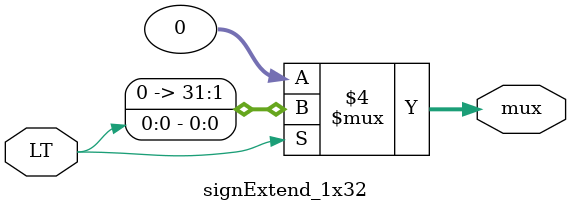
<source format=v>
module signExtend_1x32 (
  input LT, // LT = Less Than. does it has to be input wire?
  output reg [31:0] mux // output reg = variable in verilog to be used in a always loops
);

  always @(*) 
  begin
    if (LT == 1)  
        begin
            mux = {31'b0, LT};  // Set the output to 00000000000000000000000000000001
        end 
    else 
        begin
            mux = 0;
        end
  end

endmodule


// // testbench:
// `timescale 1ns / 1ps

// module testbench;
//     reg LT;
//     wire [31:0] mux;

//     // Instanciar o módulo que queremos testar
//     signExtend_1x32 uut (
//         .LT(LT), 
//         .mux(mux)
//     );

//     initial begin
//         // Teste com LT = 1
//         LT = 1;
//         #10; // Espera 10 unidades de tempo
//         $display("LT = %b, mux = %b", LT, mux);

//         // Teste com LT = 0
//         LT = 0;
//         #10; // Espera 10 unidades de tempo
//         $display("LT = %b, mux = %b", LT, mux);

//         // Finaliza a simulação
//         $finish;
//     end
// endmodule


// LT = 1, mux = 01111111111111111111111111111111
// LT = 0, mux = 00000000000000000000000000000000
</source>
